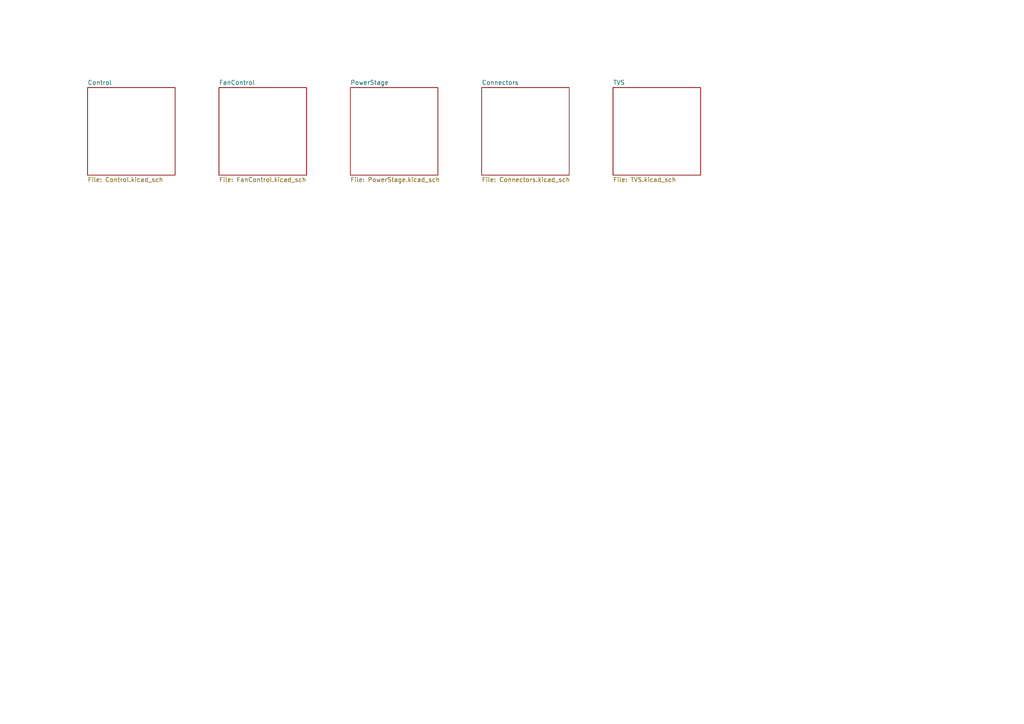
<source format=kicad_sch>
(kicad_sch
	(version 20250114)
	(generator "eeschema")
	(generator_version "9.0")
	(uuid "c99e0392-d1c3-4f46-a25d-449c454a3f3b")
	(paper "A4")
	(lib_symbols)
	(sheet
		(at 139.7 25.4)
		(size 25.4 25.4)
		(exclude_from_sim no)
		(in_bom yes)
		(on_board yes)
		(dnp no)
		(fields_autoplaced yes)
		(stroke
			(width 0.1524)
			(type solid)
		)
		(fill
			(color 0 0 0 0.0000)
		)
		(uuid "4321a8c5-cc23-43b1-ad92-5a0ea29a2d6e")
		(property "Sheetname" "Connectors"
			(at 139.7 24.6884 0)
			(effects
				(font
					(size 1.27 1.27)
				)
				(justify left bottom)
			)
		)
		(property "Sheetfile" "Connectors.kicad_sch"
			(at 139.7 51.3846 0)
			(effects
				(font
					(size 1.27 1.27)
				)
				(justify left top)
			)
		)
		(instances
			(project "DynamicBrakeGrid"
				(path "/c99e0392-d1c3-4f46-a25d-449c454a3f3b"
					(page "5")
				)
			)
		)
	)
	(sheet
		(at 63.5 25.4)
		(size 25.4 25.4)
		(exclude_from_sim no)
		(in_bom yes)
		(on_board yes)
		(dnp no)
		(fields_autoplaced yes)
		(stroke
			(width 0.1524)
			(type solid)
		)
		(fill
			(color 0 0 0 0.0000)
		)
		(uuid "87c7a46c-3519-4e44-add5-819be0b2d984")
		(property "Sheetname" "FanControl"
			(at 63.5 24.6884 0)
			(effects
				(font
					(size 1.27 1.27)
				)
				(justify left bottom)
			)
		)
		(property "Sheetfile" "FanControl.kicad_sch"
			(at 63.5 51.3846 0)
			(effects
				(font
					(size 1.27 1.27)
				)
				(justify left top)
			)
		)
		(instances
			(project "DynamicBrakeGrid"
				(path "/c99e0392-d1c3-4f46-a25d-449c454a3f3b"
					(page "3")
				)
			)
		)
	)
	(sheet
		(at 101.6 25.4)
		(size 25.4 25.4)
		(exclude_from_sim no)
		(in_bom yes)
		(on_board yes)
		(dnp no)
		(fields_autoplaced yes)
		(stroke
			(width 0.1524)
			(type solid)
		)
		(fill
			(color 0 0 0 0.0000)
		)
		(uuid "8cde10ba-b1fe-45d4-b2d9-70e5e14dd7c6")
		(property "Sheetname" "PowerStage"
			(at 101.6 24.6884 0)
			(effects
				(font
					(size 1.27 1.27)
				)
				(justify left bottom)
			)
		)
		(property "Sheetfile" "PowerStage.kicad_sch"
			(at 101.6 51.3846 0)
			(effects
				(font
					(size 1.27 1.27)
				)
				(justify left top)
			)
		)
		(instances
			(project "DynamicBrakeGrid"
				(path "/c99e0392-d1c3-4f46-a25d-449c454a3f3b"
					(page "4")
				)
			)
		)
	)
	(sheet
		(at 177.8 25.4)
		(size 25.4 25.4)
		(exclude_from_sim no)
		(in_bom yes)
		(on_board yes)
		(dnp no)
		(fields_autoplaced yes)
		(stroke
			(width 0.1524)
			(type solid)
		)
		(fill
			(color 0 0 0 0.0000)
		)
		(uuid "9de24265-2cf0-447a-be60-15cfff6a33e3")
		(property "Sheetname" "TVS"
			(at 177.8 24.6884 0)
			(effects
				(font
					(size 1.27 1.27)
				)
				(justify left bottom)
			)
		)
		(property "Sheetfile" "TVS.kicad_sch"
			(at 177.8 51.3846 0)
			(effects
				(font
					(size 1.27 1.27)
				)
				(justify left top)
			)
		)
		(instances
			(project "DynamicBrakeGrid"
				(path "/c99e0392-d1c3-4f46-a25d-449c454a3f3b"
					(page "6")
				)
			)
		)
	)
	(sheet
		(at 25.4 25.4)
		(size 25.4 25.4)
		(exclude_from_sim no)
		(in_bom yes)
		(on_board yes)
		(dnp no)
		(fields_autoplaced yes)
		(stroke
			(width 0.1524)
			(type solid)
		)
		(fill
			(color 0 0 0 0.0000)
		)
		(uuid "d6e0f048-8a0f-4eb8-baf0-22a230009567")
		(property "Sheetname" "Control"
			(at 25.4 24.6884 0)
			(effects
				(font
					(size 1.27 1.27)
				)
				(justify left bottom)
			)
		)
		(property "Sheetfile" "Control.kicad_sch"
			(at 25.4 51.3846 0)
			(effects
				(font
					(size 1.27 1.27)
				)
				(justify left top)
			)
		)
		(instances
			(project "DynamicBrakeGrid"
				(path "/c99e0392-d1c3-4f46-a25d-449c454a3f3b"
					(page "2")
				)
			)
		)
	)
	(sheet_instances
		(path "/"
			(page "1")
		)
	)
	(embedded_fonts no)
)

</source>
